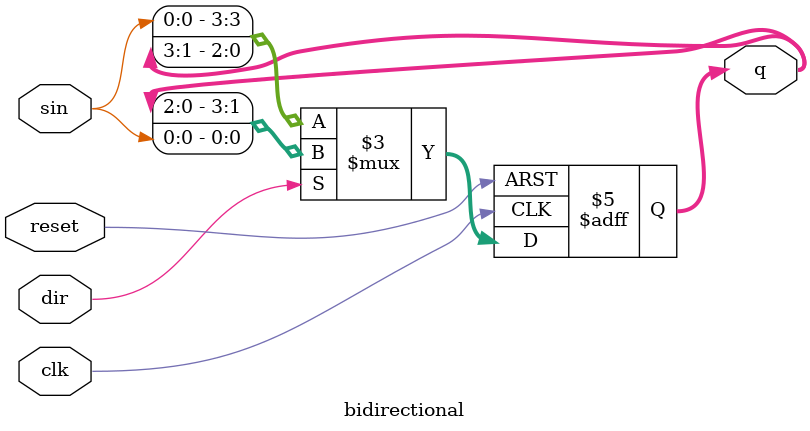
<source format=v>
module bidirectional(input clk, reset, dir,
                     input sin,
                     output reg [3:0] q);
always @(posedge clk or posedge reset) begin
 if(reset) q <= 0;
 else if(dir) q <= {q[2:0], sin};   // left
 else q <= {sin, q[3:1]};           // right
end
endmodule

</source>
